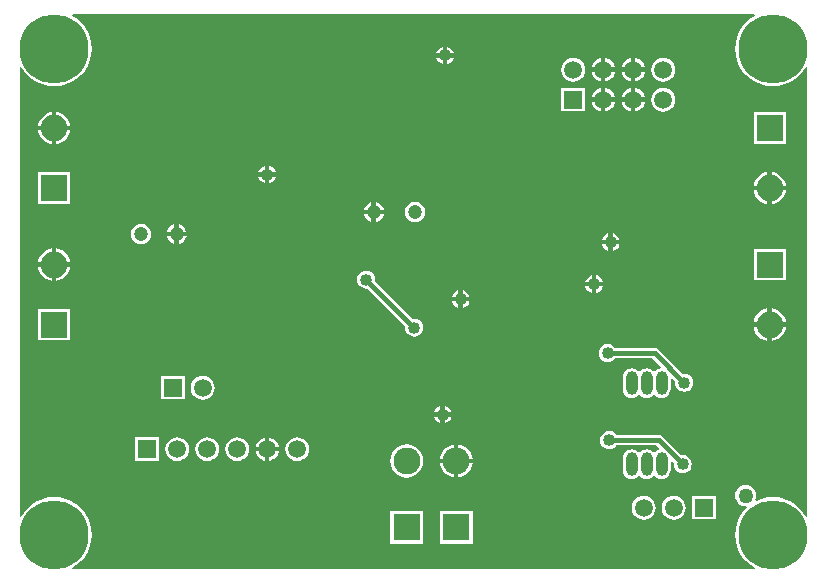
<source format=gbl>
G04*
G04 #@! TF.GenerationSoftware,Altium Limited,Altium Designer,18.0.12 (696)*
G04*
G04 Layer_Physical_Order=2*
G04 Layer_Color=16711680*
%FSLAX25Y25*%
%MOIN*%
G70*
G01*
G75*
%ADD50C,0.01500*%
%ADD51C,0.05000*%
%ADD53C,0.09000*%
%ADD54R,0.09000X0.09000*%
%ADD55O,0.03937X0.07874*%
%ADD56O,0.03937X0.07874*%
%ADD57R,0.05906X0.05906*%
%ADD58C,0.05906*%
%ADD59C,0.08859*%
%ADD60R,0.08578X0.08578*%
%ADD61C,0.23000*%
%ADD62C,0.04724*%
%ADD63C,0.04000*%
%ADD64C,0.05000*%
G36*
X252527Y269500D02*
X251130Y268644D01*
X249634Y267366D01*
X248356Y265870D01*
X247328Y264192D01*
X246575Y262375D01*
X246116Y260461D01*
X245961Y258500D01*
X246116Y256539D01*
X246575Y254625D01*
X247328Y252808D01*
X248356Y251130D01*
X249634Y249634D01*
X251130Y248356D01*
X252808Y247328D01*
X254625Y246575D01*
X256539Y246116D01*
X258500Y245961D01*
X260461Y246116D01*
X262375Y246575D01*
X264192Y247328D01*
X265870Y248356D01*
X267366Y249634D01*
X268644Y251130D01*
X269500Y252527D01*
X270000Y252386D01*
Y102614D01*
X269500Y102473D01*
X268644Y103870D01*
X267366Y105366D01*
X265870Y106644D01*
X264192Y107672D01*
X262375Y108425D01*
X260461Y108884D01*
X258500Y109039D01*
X256539Y108884D01*
X254625Y108425D01*
X253127Y107804D01*
X252745Y108187D01*
X252910Y108586D01*
X253030Y109500D01*
X252910Y110414D01*
X252557Y111265D01*
X251996Y111996D01*
X251265Y112557D01*
X250414Y112910D01*
X249500Y113030D01*
X248586Y112910D01*
X247735Y112557D01*
X247004Y111996D01*
X246443Y111265D01*
X246090Y110414D01*
X245970Y109500D01*
X246090Y108586D01*
X246443Y107735D01*
X247004Y107004D01*
X247735Y106443D01*
X248586Y106090D01*
X249500Y105970D01*
X249584Y105981D01*
X249796Y105504D01*
X249634Y105366D01*
X248356Y103870D01*
X247328Y102192D01*
X246575Y100375D01*
X246116Y98462D01*
X245961Y96500D01*
X246116Y94538D01*
X246575Y92625D01*
X247328Y90808D01*
X248356Y89130D01*
X249634Y87634D01*
X251130Y86356D01*
X252527Y85500D01*
X252386Y85000D01*
X25114D01*
X24973Y85500D01*
X26370Y86356D01*
X27866Y87634D01*
X29144Y89130D01*
X30172Y90808D01*
X30925Y92625D01*
X31384Y94538D01*
X31539Y96500D01*
X31384Y98462D01*
X30925Y100375D01*
X30172Y102192D01*
X29144Y103870D01*
X27866Y105366D01*
X26370Y106644D01*
X24692Y107672D01*
X22875Y108425D01*
X20962Y108884D01*
X19000Y109039D01*
X17039Y108884D01*
X15125Y108425D01*
X13308Y107672D01*
X11630Y106644D01*
X10134Y105366D01*
X8856Y103870D01*
X8000Y102473D01*
X7500Y102614D01*
Y252386D01*
X8000Y252527D01*
X8856Y251130D01*
X10134Y249634D01*
X11630Y248356D01*
X13308Y247328D01*
X15125Y246575D01*
X17039Y246116D01*
X19000Y245961D01*
X20962Y246116D01*
X22875Y246575D01*
X24692Y247328D01*
X26370Y248356D01*
X27866Y249634D01*
X29144Y251130D01*
X30172Y252808D01*
X30925Y254625D01*
X31384Y256539D01*
X31539Y258500D01*
X31384Y260461D01*
X30925Y262375D01*
X30172Y264192D01*
X29144Y265870D01*
X27866Y267366D01*
X26370Y268644D01*
X24973Y269500D01*
X25114Y270000D01*
X252386D01*
X252527Y269500D01*
D02*
G37*
%LPC*%
G36*
X150041Y259177D02*
Y257000D01*
X152218D01*
X152214Y257033D01*
X151912Y257763D01*
X151431Y258390D01*
X150804Y258871D01*
X150075Y259173D01*
X150041Y259177D01*
D02*
G37*
G36*
X148541D02*
X148508Y259173D01*
X147778Y258871D01*
X147152Y258390D01*
X146671Y257763D01*
X146369Y257033D01*
X146364Y257000D01*
X148541D01*
Y259177D01*
D02*
G37*
G36*
X152218Y255500D02*
X150041D01*
Y253323D01*
X150075Y253327D01*
X150804Y253629D01*
X151431Y254110D01*
X151912Y254737D01*
X152214Y255467D01*
X152218Y255500D01*
D02*
G37*
G36*
X148541D02*
X146364D01*
X146369Y255467D01*
X146671Y254737D01*
X147152Y254110D01*
X147778Y253629D01*
X148508Y253327D01*
X148541Y253323D01*
Y255500D01*
D02*
G37*
G36*
X212750Y255388D02*
Y252250D01*
X215888D01*
X215851Y252532D01*
X215453Y253493D01*
X214819Y254319D01*
X213993Y254953D01*
X213032Y255351D01*
X212750Y255388D01*
D02*
G37*
G36*
X211250D02*
X210968Y255351D01*
X210007Y254953D01*
X209181Y254319D01*
X208547Y253493D01*
X208149Y252532D01*
X208112Y252250D01*
X211250D01*
Y255388D01*
D02*
G37*
G36*
X202750D02*
Y252250D01*
X205888D01*
X205851Y252532D01*
X205453Y253493D01*
X204819Y254319D01*
X203993Y254953D01*
X203032Y255351D01*
X202750Y255388D01*
D02*
G37*
G36*
X201250D02*
X200968Y255351D01*
X200007Y254953D01*
X199181Y254319D01*
X198547Y253493D01*
X198149Y252532D01*
X198112Y252250D01*
X201250D01*
Y255388D01*
D02*
G37*
G36*
X215888Y250750D02*
X212750D01*
Y247612D01*
X213032Y247649D01*
X213993Y248047D01*
X214819Y248681D01*
X215453Y249507D01*
X215851Y250468D01*
X215888Y250750D01*
D02*
G37*
G36*
X211250D02*
X208112D01*
X208149Y250468D01*
X208547Y249507D01*
X209181Y248681D01*
X210007Y248047D01*
X210968Y247649D01*
X211250Y247612D01*
Y250750D01*
D02*
G37*
G36*
X205888D02*
X202750D01*
Y247612D01*
X203032Y247649D01*
X203993Y248047D01*
X204819Y248681D01*
X205453Y249507D01*
X205851Y250468D01*
X205888Y250750D01*
D02*
G37*
G36*
X201250D02*
X198112D01*
X198149Y250468D01*
X198547Y249507D01*
X199181Y248681D01*
X200007Y248047D01*
X200968Y247649D01*
X201250Y247612D01*
Y250750D01*
D02*
G37*
G36*
X222000Y255487D02*
X220968Y255351D01*
X220007Y254953D01*
X219181Y254319D01*
X218547Y253493D01*
X218149Y252532D01*
X218013Y251500D01*
X218149Y250468D01*
X218547Y249507D01*
X219181Y248681D01*
X220007Y248047D01*
X220968Y247649D01*
X222000Y247513D01*
X223032Y247649D01*
X223993Y248047D01*
X224819Y248681D01*
X225453Y249507D01*
X225851Y250468D01*
X225987Y251500D01*
X225851Y252532D01*
X225453Y253493D01*
X224819Y254319D01*
X223993Y254953D01*
X223032Y255351D01*
X222000Y255487D01*
D02*
G37*
G36*
X192000D02*
X190968Y255351D01*
X190007Y254953D01*
X189181Y254319D01*
X188547Y253493D01*
X188149Y252532D01*
X188013Y251500D01*
X188149Y250468D01*
X188547Y249507D01*
X189181Y248681D01*
X190007Y248047D01*
X190968Y247649D01*
X192000Y247513D01*
X193032Y247649D01*
X193993Y248047D01*
X194819Y248681D01*
X195453Y249507D01*
X195851Y250468D01*
X195987Y251500D01*
X195851Y252532D01*
X195453Y253493D01*
X194819Y254319D01*
X193993Y254953D01*
X193032Y255351D01*
X192000Y255487D01*
D02*
G37*
G36*
X212750Y245388D02*
Y242250D01*
X215888D01*
X215851Y242532D01*
X215453Y243493D01*
X214819Y244319D01*
X213993Y244953D01*
X213032Y245351D01*
X212750Y245388D01*
D02*
G37*
G36*
X211250D02*
X210968Y245351D01*
X210007Y244953D01*
X209181Y244319D01*
X208547Y243493D01*
X208149Y242532D01*
X208112Y242250D01*
X211250D01*
Y245388D01*
D02*
G37*
G36*
X202750D02*
Y242250D01*
X205888D01*
X205851Y242532D01*
X205453Y243493D01*
X204819Y244319D01*
X203993Y244953D01*
X203032Y245351D01*
X202750Y245388D01*
D02*
G37*
G36*
X201250D02*
X200968Y245351D01*
X200007Y244953D01*
X199181Y244319D01*
X198547Y243493D01*
X198149Y242532D01*
X198112Y242250D01*
X201250D01*
Y245388D01*
D02*
G37*
G36*
X215888Y240750D02*
X212750D01*
Y237612D01*
X213032Y237649D01*
X213993Y238047D01*
X214819Y238681D01*
X215453Y239507D01*
X215851Y240468D01*
X215888Y240750D01*
D02*
G37*
G36*
X211250D02*
X208112D01*
X208149Y240468D01*
X208547Y239507D01*
X209181Y238681D01*
X210007Y238047D01*
X210968Y237649D01*
X211250Y237612D01*
Y240750D01*
D02*
G37*
G36*
X205888D02*
X202750D01*
Y237612D01*
X203032Y237649D01*
X203993Y238047D01*
X204819Y238681D01*
X205453Y239507D01*
X205851Y240468D01*
X205888Y240750D01*
D02*
G37*
G36*
X201250D02*
X198112D01*
X198149Y240468D01*
X198547Y239507D01*
X199181Y238681D01*
X200007Y238047D01*
X200968Y237649D01*
X201250Y237612D01*
Y240750D01*
D02*
G37*
G36*
X195953Y245453D02*
X188047D01*
Y237547D01*
X195953D01*
Y245453D01*
D02*
G37*
G36*
X222000Y245487D02*
X220968Y245351D01*
X220007Y244953D01*
X219181Y244319D01*
X218547Y243493D01*
X218149Y242532D01*
X218013Y241500D01*
X218149Y240468D01*
X218547Y239507D01*
X219181Y238681D01*
X220007Y238047D01*
X220968Y237649D01*
X222000Y237513D01*
X223032Y237649D01*
X223993Y238047D01*
X224819Y238681D01*
X225453Y239507D01*
X225851Y240468D01*
X225987Y241500D01*
X225851Y242532D01*
X225453Y243493D01*
X224819Y244319D01*
X223993Y244953D01*
X223032Y245351D01*
X222000Y245487D01*
D02*
G37*
G36*
X19750Y237378D02*
Y232750D01*
X24378D01*
X24290Y233417D01*
X23743Y234738D01*
X22872Y235872D01*
X21738Y236743D01*
X20417Y237290D01*
X19750Y237378D01*
D02*
G37*
G36*
X18250D02*
X17583Y237290D01*
X16262Y236743D01*
X15128Y235872D01*
X14257Y234738D01*
X13710Y233417D01*
X13622Y232750D01*
X18250D01*
Y237378D01*
D02*
G37*
G36*
X262789Y237289D02*
X252211D01*
Y226711D01*
X262789D01*
Y237289D01*
D02*
G37*
G36*
X24378Y231250D02*
X19750D01*
Y226622D01*
X20417Y226710D01*
X21738Y227257D01*
X22872Y228128D01*
X23743Y229262D01*
X24290Y230583D01*
X24378Y231250D01*
D02*
G37*
G36*
X18250D02*
X13622D01*
X13710Y230583D01*
X14257Y229262D01*
X15128Y228128D01*
X16262Y227257D01*
X17583Y226710D01*
X18250Y226622D01*
Y231250D01*
D02*
G37*
G36*
X90750Y219427D02*
Y217250D01*
X92927D01*
X92923Y217283D01*
X92620Y218013D01*
X92140Y218640D01*
X91513Y219121D01*
X90783Y219423D01*
X90750Y219427D01*
D02*
G37*
G36*
X89250D02*
X89217Y219423D01*
X88487Y219121D01*
X87860Y218640D01*
X87379Y218013D01*
X87077Y217283D01*
X87073Y217250D01*
X89250D01*
Y219427D01*
D02*
G37*
G36*
X92927Y215750D02*
X90750D01*
Y213573D01*
X90783Y213577D01*
X91513Y213879D01*
X92140Y214360D01*
X92620Y214987D01*
X92923Y215717D01*
X92927Y215750D01*
D02*
G37*
G36*
X89250D02*
X87073D01*
X87077Y215717D01*
X87379Y214987D01*
X87860Y214360D01*
X88487Y213879D01*
X89217Y213577D01*
X89250Y213573D01*
Y215750D01*
D02*
G37*
G36*
X258250Y217378D02*
Y212750D01*
X262878D01*
X262790Y213417D01*
X262243Y214738D01*
X261372Y215872D01*
X260238Y216743D01*
X258917Y217290D01*
X258250Y217378D01*
D02*
G37*
G36*
X256750D02*
X256083Y217290D01*
X254762Y216743D01*
X253628Y215872D01*
X252757Y214738D01*
X252210Y213417D01*
X252122Y212750D01*
X256750D01*
Y217378D01*
D02*
G37*
G36*
X24289Y217289D02*
X13711D01*
Y206711D01*
X24289D01*
Y217289D01*
D02*
G37*
G36*
X262878Y211250D02*
X258250D01*
Y206622D01*
X258917Y206710D01*
X260238Y207257D01*
X261372Y208128D01*
X262243Y209262D01*
X262790Y210583D01*
X262878Y211250D01*
D02*
G37*
G36*
X256750D02*
X252122D01*
X252210Y210583D01*
X252757Y209262D01*
X253628Y208128D01*
X254762Y207257D01*
X256083Y206710D01*
X256750Y206622D01*
Y211250D01*
D02*
G37*
G36*
X126250Y207293D02*
Y204750D01*
X128793D01*
X128776Y204878D01*
X128437Y205696D01*
X127898Y206398D01*
X127196Y206937D01*
X126378Y207276D01*
X126250Y207293D01*
D02*
G37*
G36*
X124750D02*
X124622Y207276D01*
X123804Y206937D01*
X123102Y206398D01*
X122563Y205696D01*
X122224Y204878D01*
X122207Y204750D01*
X124750D01*
Y207293D01*
D02*
G37*
G36*
X128793Y203250D02*
X126250D01*
Y200708D01*
X126378Y200724D01*
X127196Y201063D01*
X127898Y201602D01*
X128437Y202304D01*
X128776Y203122D01*
X128793Y203250D01*
D02*
G37*
G36*
X124750D02*
X122207D01*
X122224Y203122D01*
X122563Y202304D01*
X123102Y201602D01*
X123804Y201063D01*
X124622Y200724D01*
X124750Y200708D01*
Y203250D01*
D02*
G37*
G36*
X139279Y207391D02*
X138402Y207276D01*
X137584Y206937D01*
X136882Y206398D01*
X136343Y205696D01*
X136004Y204878D01*
X135888Y204000D01*
X136004Y203122D01*
X136343Y202304D01*
X136882Y201602D01*
X137584Y201063D01*
X138402Y200724D01*
X139279Y200609D01*
X140157Y200724D01*
X140975Y201063D01*
X141677Y201602D01*
X142216Y202304D01*
X142555Y203122D01*
X142671Y204000D01*
X142555Y204878D01*
X142216Y205696D01*
X141677Y206398D01*
X140975Y206937D01*
X140157Y207276D01*
X139279Y207391D01*
D02*
G37*
G36*
X60561Y199918D02*
Y197376D01*
X63103D01*
X63087Y197504D01*
X62748Y198322D01*
X62209Y199024D01*
X61507Y199563D01*
X60689Y199902D01*
X60561Y199918D01*
D02*
G37*
G36*
X59061D02*
X58933Y199902D01*
X58115Y199563D01*
X57413Y199024D01*
X56874Y198322D01*
X56535Y197504D01*
X56519Y197376D01*
X59061D01*
Y199918D01*
D02*
G37*
G36*
X205250Y196927D02*
Y194750D01*
X207427D01*
X207423Y194783D01*
X207120Y195513D01*
X206640Y196140D01*
X206013Y196621D01*
X205283Y196923D01*
X205250Y196927D01*
D02*
G37*
G36*
X203750D02*
X203717Y196923D01*
X202987Y196621D01*
X202360Y196140D01*
X201880Y195513D01*
X201577Y194783D01*
X201573Y194750D01*
X203750D01*
Y196927D01*
D02*
G37*
G36*
X63103Y195876D02*
X60561D01*
Y193333D01*
X60689Y193350D01*
X61507Y193689D01*
X62209Y194228D01*
X62748Y194930D01*
X63087Y195748D01*
X63103Y195876D01*
D02*
G37*
G36*
X59061D02*
X56519D01*
X56535Y195748D01*
X56874Y194930D01*
X57413Y194228D01*
X58115Y193689D01*
X58933Y193350D01*
X59061Y193333D01*
Y195876D01*
D02*
G37*
G36*
X48000Y200017D02*
X47122Y199902D01*
X46304Y199563D01*
X45602Y199024D01*
X45063Y198322D01*
X44724Y197504D01*
X44609Y196626D01*
X44724Y195748D01*
X45063Y194930D01*
X45602Y194228D01*
X46304Y193689D01*
X47122Y193350D01*
X48000Y193235D01*
X48878Y193350D01*
X49696Y193689D01*
X50398Y194228D01*
X50937Y194930D01*
X51276Y195748D01*
X51391Y196626D01*
X51276Y197504D01*
X50937Y198322D01*
X50398Y199024D01*
X49696Y199563D01*
X48878Y199902D01*
X48000Y200017D01*
D02*
G37*
G36*
X207427Y193250D02*
X205250D01*
Y191073D01*
X205283Y191077D01*
X206013Y191379D01*
X206640Y191860D01*
X207120Y192487D01*
X207423Y193217D01*
X207427Y193250D01*
D02*
G37*
G36*
X203750D02*
X201573D01*
X201577Y193217D01*
X201880Y192487D01*
X202360Y191860D01*
X202987Y191379D01*
X203717Y191077D01*
X203750Y191073D01*
Y193250D01*
D02*
G37*
G36*
X19750Y191878D02*
Y187250D01*
X24378D01*
X24290Y187917D01*
X23743Y189238D01*
X22872Y190372D01*
X21738Y191243D01*
X20417Y191790D01*
X19750Y191878D01*
D02*
G37*
G36*
X18250D02*
X17583Y191790D01*
X16262Y191243D01*
X15128Y190372D01*
X14257Y189238D01*
X13710Y187917D01*
X13622Y187250D01*
X18250D01*
Y191878D01*
D02*
G37*
G36*
X262789Y191789D02*
X252211D01*
Y181211D01*
X262789D01*
Y191789D01*
D02*
G37*
G36*
X24378Y185750D02*
X19750D01*
Y181122D01*
X20417Y181210D01*
X21738Y181757D01*
X22872Y182628D01*
X23743Y183762D01*
X24290Y185083D01*
X24378Y185750D01*
D02*
G37*
G36*
X18250D02*
X13622D01*
X13710Y185083D01*
X14257Y183762D01*
X15128Y182628D01*
X16262Y181757D01*
X17583Y181210D01*
X18250Y181122D01*
Y185750D01*
D02*
G37*
G36*
X199750Y182927D02*
Y180750D01*
X201927D01*
X201923Y180783D01*
X201621Y181513D01*
X201140Y182140D01*
X200513Y182621D01*
X199783Y182923D01*
X199750Y182927D01*
D02*
G37*
G36*
X198250D02*
X198217Y182923D01*
X197487Y182621D01*
X196860Y182140D01*
X196379Y181513D01*
X196077Y180783D01*
X196073Y180750D01*
X198250D01*
Y182927D01*
D02*
G37*
G36*
X201927Y179250D02*
X199750D01*
Y177073D01*
X199783Y177077D01*
X200513Y177380D01*
X201140Y177860D01*
X201621Y178487D01*
X201923Y179217D01*
X201927Y179250D01*
D02*
G37*
G36*
X198250D02*
X196073D01*
X196077Y179217D01*
X196379Y178487D01*
X196860Y177860D01*
X197487Y177380D01*
X198217Y177077D01*
X198250Y177073D01*
Y179250D01*
D02*
G37*
G36*
X155250Y177927D02*
Y175750D01*
X157427D01*
X157423Y175783D01*
X157121Y176513D01*
X156640Y177140D01*
X156013Y177620D01*
X155283Y177923D01*
X155250Y177927D01*
D02*
G37*
G36*
X153750D02*
X153717Y177923D01*
X152987Y177620D01*
X152360Y177140D01*
X151880Y176513D01*
X151577Y175783D01*
X151573Y175750D01*
X153750D01*
Y177927D01*
D02*
G37*
G36*
X157427Y174250D02*
X155250D01*
Y172073D01*
X155283Y172077D01*
X156013Y172380D01*
X156640Y172860D01*
X157121Y173487D01*
X157423Y174217D01*
X157427Y174250D01*
D02*
G37*
G36*
X153750D02*
X151573D01*
X151577Y174217D01*
X151880Y173487D01*
X152360Y172860D01*
X152987Y172380D01*
X153717Y172077D01*
X153750Y172073D01*
Y174250D01*
D02*
G37*
G36*
X258250Y171878D02*
Y167250D01*
X262878D01*
X262790Y167917D01*
X262243Y169238D01*
X261372Y170372D01*
X260238Y171243D01*
X258917Y171790D01*
X258250Y171878D01*
D02*
G37*
G36*
X256750D02*
X256083Y171790D01*
X254762Y171243D01*
X253628Y170372D01*
X252757Y169238D01*
X252210Y167917D01*
X252122Y167250D01*
X256750D01*
Y171878D01*
D02*
G37*
G36*
X123000Y184526D02*
X122217Y184423D01*
X121487Y184121D01*
X120860Y183640D01*
X120379Y183013D01*
X120077Y182283D01*
X119974Y181500D01*
X120077Y180717D01*
X120379Y179987D01*
X120860Y179360D01*
X121487Y178879D01*
X122217Y178577D01*
X123000Y178474D01*
X123444Y178533D01*
X136033Y165944D01*
X135974Y165500D01*
X136077Y164717D01*
X136380Y163987D01*
X136860Y163360D01*
X137487Y162880D01*
X138217Y162577D01*
X139000Y162474D01*
X139783Y162577D01*
X140513Y162880D01*
X141140Y163360D01*
X141621Y163987D01*
X141923Y164717D01*
X142026Y165500D01*
X141923Y166283D01*
X141621Y167013D01*
X141140Y167640D01*
X140513Y168121D01*
X139783Y168423D01*
X139000Y168526D01*
X138556Y168467D01*
X125967Y181056D01*
X126026Y181500D01*
X125923Y182283D01*
X125620Y183013D01*
X125140Y183640D01*
X124513Y184121D01*
X123783Y184423D01*
X123000Y184526D01*
D02*
G37*
G36*
X24289Y171789D02*
X13711D01*
Y161211D01*
X24289D01*
Y171789D01*
D02*
G37*
G36*
X262878Y165750D02*
X258250D01*
Y161122D01*
X258917Y161210D01*
X260238Y161757D01*
X261372Y162628D01*
X262243Y163762D01*
X262790Y165083D01*
X262878Y165750D01*
D02*
G37*
G36*
X256750D02*
X252122D01*
X252210Y165083D01*
X252757Y163762D01*
X253628Y162628D01*
X254762Y161757D01*
X256083Y161210D01*
X256750Y161122D01*
Y165750D01*
D02*
G37*
G36*
X203500Y160026D02*
X202717Y159923D01*
X201987Y159620D01*
X201360Y159140D01*
X200880Y158513D01*
X200577Y157783D01*
X200474Y157000D01*
X200577Y156217D01*
X200880Y155487D01*
X201360Y154860D01*
X201987Y154379D01*
X202717Y154077D01*
X203500Y153974D01*
X204283Y154077D01*
X205013Y154379D01*
X205640Y154860D01*
X205912Y155216D01*
X218407D01*
X221196Y152427D01*
X221017Y151899D01*
X220725Y151861D01*
X220003Y151561D01*
X219383Y151086D01*
X219250Y150913D01*
X218750D01*
X218617Y151086D01*
X217997Y151561D01*
X217275Y151861D01*
X216500Y151963D01*
X215725Y151861D01*
X215003Y151561D01*
X214383Y151086D01*
X214250Y150913D01*
X213750D01*
X213617Y151086D01*
X212997Y151561D01*
X212275Y151861D01*
X211500Y151963D01*
X210725Y151861D01*
X210003Y151561D01*
X209383Y151086D01*
X208907Y150466D01*
X208608Y149743D01*
X208506Y148969D01*
Y145031D01*
X208608Y144256D01*
X208907Y143534D01*
X209383Y142914D01*
X210003Y142438D01*
X210725Y142139D01*
X211500Y142037D01*
X212275Y142139D01*
X212997Y142438D01*
X213617Y142914D01*
X213750Y143087D01*
X214250D01*
X214383Y142914D01*
X215003Y142438D01*
X215725Y142139D01*
X216500Y142037D01*
X217275Y142139D01*
X217997Y142438D01*
X218617Y142914D01*
X218750Y143087D01*
X219250D01*
X219383Y142914D01*
X220003Y142438D01*
X220725Y142139D01*
X221500Y142037D01*
X222275Y142139D01*
X222997Y142438D01*
X223617Y142914D01*
X224093Y143534D01*
X224392Y144256D01*
X224494Y145031D01*
Y148421D01*
X224994Y148628D01*
X226033Y147590D01*
X225974Y147146D01*
X226077Y146363D01*
X226379Y145633D01*
X226860Y145006D01*
X227487Y144526D01*
X228217Y144223D01*
X229000Y144120D01*
X229783Y144223D01*
X230513Y144526D01*
X231140Y145006D01*
X231621Y145633D01*
X231923Y146363D01*
X232026Y147146D01*
X231923Y147929D01*
X231621Y148659D01*
X231140Y149286D01*
X230513Y149767D01*
X229783Y150069D01*
X229000Y150172D01*
X228556Y150113D01*
X220408Y158262D01*
X219829Y158649D01*
X219146Y158784D01*
X205912D01*
X205640Y159140D01*
X205013Y159620D01*
X204283Y159923D01*
X203500Y160026D01*
D02*
G37*
G36*
X62453Y149453D02*
X54547D01*
Y141547D01*
X62453D01*
Y149453D01*
D02*
G37*
G36*
X68500Y149487D02*
X67468Y149351D01*
X66507Y148953D01*
X65681Y148319D01*
X65047Y147493D01*
X64649Y146532D01*
X64513Y145500D01*
X64649Y144468D01*
X65047Y143507D01*
X65681Y142681D01*
X66507Y142047D01*
X67468Y141649D01*
X68500Y141513D01*
X69532Y141649D01*
X70493Y142047D01*
X71319Y142681D01*
X71953Y143507D01*
X72351Y144468D01*
X72487Y145500D01*
X72351Y146532D01*
X71953Y147493D01*
X71319Y148319D01*
X70493Y148953D01*
X69532Y149351D01*
X68500Y149487D01*
D02*
G37*
G36*
X149250Y139427D02*
Y137250D01*
X151427D01*
X151423Y137283D01*
X151120Y138013D01*
X150640Y138640D01*
X150013Y139120D01*
X149283Y139423D01*
X149250Y139427D01*
D02*
G37*
G36*
X147750D02*
X147717Y139423D01*
X146987Y139120D01*
X146360Y138640D01*
X145879Y138013D01*
X145577Y137283D01*
X145573Y137250D01*
X147750D01*
Y139427D01*
D02*
G37*
G36*
X151427Y135750D02*
X149250D01*
Y133573D01*
X149283Y133577D01*
X150013Y133879D01*
X150640Y134360D01*
X151120Y134987D01*
X151423Y135717D01*
X151427Y135750D01*
D02*
G37*
G36*
X147750D02*
X145573D01*
X145577Y135717D01*
X145879Y134987D01*
X146360Y134360D01*
X146987Y133879D01*
X147717Y133577D01*
X147750Y133573D01*
Y135750D01*
D02*
G37*
G36*
X90750Y128888D02*
Y125750D01*
X93888D01*
X93851Y126032D01*
X93453Y126993D01*
X92819Y127819D01*
X91993Y128453D01*
X91032Y128851D01*
X90750Y128888D01*
D02*
G37*
G36*
X89250D02*
X88968Y128851D01*
X88007Y128453D01*
X87181Y127819D01*
X86547Y126993D01*
X86149Y126032D01*
X86112Y125750D01*
X89250D01*
Y128888D01*
D02*
G37*
G36*
X204000Y131026D02*
X203217Y130923D01*
X202487Y130621D01*
X201860Y130140D01*
X201379Y129513D01*
X201077Y128783D01*
X200974Y128000D01*
X201077Y127217D01*
X201379Y126487D01*
X201860Y125860D01*
X202487Y125380D01*
X203217Y125077D01*
X204000Y124974D01*
X204783Y125077D01*
X205513Y125380D01*
X206140Y125860D01*
X206412Y126216D01*
X219761D01*
X220654Y125323D01*
X220501Y124768D01*
X220003Y124562D01*
X219383Y124086D01*
X219250Y123913D01*
X218750D01*
X218617Y124086D01*
X217997Y124562D01*
X217275Y124861D01*
X216500Y124963D01*
X215725Y124861D01*
X215003Y124562D01*
X214383Y124086D01*
X214250Y123913D01*
X213750D01*
X213617Y124086D01*
X212997Y124562D01*
X212275Y124861D01*
X211500Y124963D01*
X210725Y124861D01*
X210003Y124562D01*
X209383Y124086D01*
X208907Y123466D01*
X208608Y122743D01*
X208506Y121968D01*
Y118032D01*
X208608Y117256D01*
X208907Y116534D01*
X209383Y115914D01*
X210003Y115438D01*
X210725Y115139D01*
X211500Y115037D01*
X212275Y115139D01*
X212997Y115438D01*
X213617Y115914D01*
X213750Y116087D01*
X214250D01*
X214383Y115914D01*
X215003Y115438D01*
X215725Y115139D01*
X216500Y115037D01*
X217275Y115139D01*
X217997Y115438D01*
X218617Y115914D01*
X218750Y116087D01*
X219250D01*
X219383Y115914D01*
X220003Y115438D01*
X220725Y115139D01*
X221500Y115037D01*
X222275Y115139D01*
X222997Y115438D01*
X223617Y115914D01*
X224093Y116534D01*
X224392Y117256D01*
X224494Y118032D01*
Y120829D01*
X224956Y121021D01*
X225533Y120444D01*
X225474Y120000D01*
X225577Y119217D01*
X225880Y118487D01*
X226360Y117860D01*
X226987Y117379D01*
X227717Y117077D01*
X228500Y116974D01*
X229283Y117077D01*
X230013Y117379D01*
X230640Y117860D01*
X231120Y118487D01*
X231423Y119217D01*
X231526Y120000D01*
X231423Y120783D01*
X231120Y121513D01*
X230640Y122140D01*
X230013Y122620D01*
X229283Y122923D01*
X228500Y123026D01*
X228056Y122967D01*
X221762Y129262D01*
X221183Y129648D01*
X220500Y129784D01*
X206412D01*
X206140Y130140D01*
X205513Y130621D01*
X204783Y130923D01*
X204000Y131026D01*
D02*
G37*
G36*
X153750Y126461D02*
Y121762D01*
X158449D01*
X158358Y122448D01*
X157804Y123785D01*
X156923Y124934D01*
X155774Y125816D01*
X154436Y126370D01*
X153750Y126461D01*
D02*
G37*
G36*
X152250D02*
X151564Y126370D01*
X150226Y125816D01*
X149077Y124934D01*
X148196Y123785D01*
X147642Y122448D01*
X147551Y121762D01*
X152250D01*
Y126461D01*
D02*
G37*
G36*
X93888Y124250D02*
X90750D01*
Y121112D01*
X91032Y121149D01*
X91993Y121547D01*
X92819Y122181D01*
X93453Y123007D01*
X93851Y123968D01*
X93888Y124250D01*
D02*
G37*
G36*
X89250D02*
X86112D01*
X86149Y123968D01*
X86547Y123007D01*
X87181Y122181D01*
X88007Y121547D01*
X88968Y121149D01*
X89250Y121112D01*
Y124250D01*
D02*
G37*
G36*
X53953Y128953D02*
X46047D01*
Y121047D01*
X53953D01*
Y128953D01*
D02*
G37*
G36*
X100000Y128987D02*
X98968Y128851D01*
X98007Y128453D01*
X97181Y127819D01*
X96547Y126993D01*
X96149Y126032D01*
X96013Y125000D01*
X96149Y123968D01*
X96547Y123007D01*
X97181Y122181D01*
X98007Y121547D01*
X98968Y121149D01*
X100000Y121013D01*
X101032Y121149D01*
X101993Y121547D01*
X102819Y122181D01*
X103453Y123007D01*
X103851Y123968D01*
X103987Y125000D01*
X103851Y126032D01*
X103453Y126993D01*
X102819Y127819D01*
X101993Y128453D01*
X101032Y128851D01*
X100000Y128987D01*
D02*
G37*
G36*
X80000D02*
X78968Y128851D01*
X78007Y128453D01*
X77181Y127819D01*
X76547Y126993D01*
X76149Y126032D01*
X76013Y125000D01*
X76149Y123968D01*
X76547Y123007D01*
X77181Y122181D01*
X78007Y121547D01*
X78968Y121149D01*
X80000Y121013D01*
X81032Y121149D01*
X81993Y121547D01*
X82819Y122181D01*
X83453Y123007D01*
X83851Y123968D01*
X83987Y125000D01*
X83851Y126032D01*
X83453Y126993D01*
X82819Y127819D01*
X81993Y128453D01*
X81032Y128851D01*
X80000Y128987D01*
D02*
G37*
G36*
X70000D02*
X68968Y128851D01*
X68007Y128453D01*
X67181Y127819D01*
X66547Y126993D01*
X66149Y126032D01*
X66013Y125000D01*
X66149Y123968D01*
X66547Y123007D01*
X67181Y122181D01*
X68007Y121547D01*
X68968Y121149D01*
X70000Y121013D01*
X71032Y121149D01*
X71993Y121547D01*
X72819Y122181D01*
X73453Y123007D01*
X73851Y123968D01*
X73987Y125000D01*
X73851Y126032D01*
X73453Y126993D01*
X72819Y127819D01*
X71993Y128453D01*
X71032Y128851D01*
X70000Y128987D01*
D02*
G37*
G36*
X60000D02*
X58968Y128851D01*
X58007Y128453D01*
X57181Y127819D01*
X56547Y126993D01*
X56149Y126032D01*
X56013Y125000D01*
X56149Y123968D01*
X56547Y123007D01*
X57181Y122181D01*
X58007Y121547D01*
X58968Y121149D01*
X60000Y121013D01*
X61032Y121149D01*
X61993Y121547D01*
X62819Y122181D01*
X63453Y123007D01*
X63851Y123968D01*
X63987Y125000D01*
X63851Y126032D01*
X63453Y126993D01*
X62819Y127819D01*
X61993Y128453D01*
X61032Y128851D01*
X60000Y128987D01*
D02*
G37*
G36*
X158449Y120262D02*
X153750D01*
Y115563D01*
X154436Y115653D01*
X155774Y116208D01*
X156923Y117089D01*
X157804Y118238D01*
X158358Y119576D01*
X158449Y120262D01*
D02*
G37*
G36*
X152250D02*
X147551D01*
X147642Y119576D01*
X148196Y118238D01*
X149077Y117089D01*
X150226Y116208D01*
X151564Y115653D01*
X152250Y115563D01*
Y120262D01*
D02*
G37*
G36*
X136465Y126559D02*
X135029Y126370D01*
X133691Y125816D01*
X132542Y124934D01*
X131660Y123785D01*
X131106Y122448D01*
X130917Y121012D01*
X131106Y119576D01*
X131660Y118238D01*
X132542Y117089D01*
X133691Y116208D01*
X135029Y115653D01*
X136465Y115464D01*
X137900Y115653D01*
X139238Y116208D01*
X140387Y117089D01*
X141269Y118238D01*
X141823Y119576D01*
X142012Y121012D01*
X141823Y122448D01*
X141269Y123785D01*
X140387Y124934D01*
X139238Y125816D01*
X137900Y126370D01*
X136465Y126559D01*
D02*
G37*
G36*
X239453Y109453D02*
X231547D01*
Y101547D01*
X239453D01*
Y109453D01*
D02*
G37*
G36*
X225500Y109487D02*
X224468Y109351D01*
X223507Y108953D01*
X222681Y108319D01*
X222047Y107493D01*
X221649Y106532D01*
X221513Y105500D01*
X221649Y104468D01*
X222047Y103507D01*
X222681Y102681D01*
X223507Y102047D01*
X224468Y101649D01*
X225500Y101513D01*
X226532Y101649D01*
X227493Y102047D01*
X228319Y102681D01*
X228953Y103507D01*
X229351Y104468D01*
X229487Y105500D01*
X229351Y106532D01*
X228953Y107493D01*
X228319Y108319D01*
X227493Y108953D01*
X226532Y109351D01*
X225500Y109487D01*
D02*
G37*
G36*
X215500D02*
X214468Y109351D01*
X213507Y108953D01*
X212681Y108319D01*
X212047Y107493D01*
X211649Y106532D01*
X211513Y105500D01*
X211649Y104468D01*
X212047Y103507D01*
X212681Y102681D01*
X213507Y102047D01*
X214468Y101649D01*
X215500Y101513D01*
X216532Y101649D01*
X217493Y102047D01*
X218319Y102681D01*
X218953Y103507D01*
X219351Y104468D01*
X219487Y105500D01*
X219351Y106532D01*
X218953Y107493D01*
X218319Y108319D01*
X217493Y108953D01*
X216532Y109351D01*
X215500Y109487D01*
D02*
G37*
G36*
X158500Y104465D02*
X147500D01*
Y93465D01*
X158500D01*
Y104465D01*
D02*
G37*
G36*
X141965D02*
X130965D01*
Y93465D01*
X141965D01*
Y104465D01*
D02*
G37*
%LPD*%
D50*
X220500Y128000D02*
X228500Y120000D01*
X204000Y128000D02*
X220500D01*
X123000Y181500D02*
X139000Y165500D01*
X203500Y157000D02*
X219146D01*
X229000Y147146D01*
X257500Y186500D02*
Y187500D01*
D51*
X18500Y166000D02*
X19000Y166500D01*
D53*
X136465Y121012D02*
D03*
X153000D02*
D03*
D54*
X136465Y98965D02*
D03*
X153000D02*
D03*
D55*
X221500Y120000D02*
D03*
X211500D02*
D03*
X221500Y147000D02*
D03*
X211500D02*
D03*
D56*
X216500Y120000D02*
D03*
Y147000D02*
D03*
D57*
X192000Y241500D02*
D03*
X58500Y145500D02*
D03*
X50000Y125000D02*
D03*
X235500Y105500D02*
D03*
D58*
X192000Y251500D02*
D03*
X202000Y241500D02*
D03*
Y251500D02*
D03*
X212000Y241500D02*
D03*
Y251500D02*
D03*
X222000Y241500D02*
D03*
Y251500D02*
D03*
X68500Y145500D02*
D03*
X60000Y125000D02*
D03*
X70000D02*
D03*
X80000D02*
D03*
X90000D02*
D03*
X100000D02*
D03*
X225500Y105500D02*
D03*
X215500D02*
D03*
D59*
X19000Y186500D02*
D03*
Y232000D02*
D03*
X257500Y166500D02*
D03*
Y212000D02*
D03*
D60*
X19000Y166500D02*
D03*
Y212000D02*
D03*
X257500Y186500D02*
D03*
Y232000D02*
D03*
D61*
X19000Y258500D02*
D03*
X258500D02*
D03*
Y96500D02*
D03*
X19000D02*
D03*
D62*
X139279Y204000D02*
D03*
X125500D02*
D03*
X48000Y196626D02*
D03*
X59811D02*
D03*
D63*
X123000Y181500D02*
D03*
X203500Y157000D02*
D03*
X148500Y136500D02*
D03*
X199000Y180000D02*
D03*
X154500Y175000D02*
D03*
X204500Y194000D02*
D03*
X149291Y256250D02*
D03*
X139000Y165500D02*
D03*
X228500Y120000D02*
D03*
X229000Y147146D02*
D03*
X90000Y216500D02*
D03*
X204000Y128000D02*
D03*
D64*
X19000Y249500D02*
D03*
X10000Y258500D02*
D03*
X28000D02*
D03*
X19000Y267500D02*
D03*
X258500Y249500D02*
D03*
X249500Y258500D02*
D03*
X267500D02*
D03*
X258500Y267500D02*
D03*
Y87500D02*
D03*
X249500Y109500D02*
D03*
X267500Y96500D02*
D03*
X258500Y105500D02*
D03*
X19000Y87500D02*
D03*
X10000Y96500D02*
D03*
X28000D02*
D03*
X19000Y105500D02*
D03*
M02*

</source>
